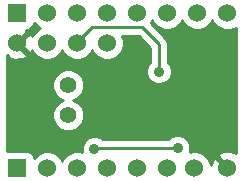
<source format=gbl>
G04 (created by PCBNEW (2013-07-07 BZR 4022)-stable) date 15/01/2015 16:28:21*
%MOIN*%
G04 Gerber Fmt 3.4, Leading zero omitted, Abs format*
%FSLAX34Y34*%
G01*
G70*
G90*
G04 APERTURE LIST*
%ADD10C,0.00590551*%
%ADD11R,0.06X0.06*%
%ADD12C,0.06*%
%ADD13C,0.055*%
%ADD14C,0.035*%
%ADD15C,0.01*%
G04 APERTURE END LIST*
G54D10*
G54D11*
X71850Y-46550D03*
G54D12*
X72850Y-46550D03*
X73850Y-46550D03*
X74850Y-46550D03*
X75850Y-46550D03*
X76850Y-46550D03*
X77750Y-46550D03*
X78850Y-46550D03*
G54D13*
X73550Y-43800D03*
X73550Y-44800D03*
G54D11*
X71850Y-41400D03*
G54D12*
X77850Y-41400D03*
X72850Y-41400D03*
X78850Y-41400D03*
X73850Y-41400D03*
X74850Y-41400D03*
X75850Y-41400D03*
X76850Y-41400D03*
X74850Y-42400D03*
X73850Y-42400D03*
X72850Y-42400D03*
X71850Y-42400D03*
G54D14*
X74750Y-44150D03*
X77200Y-45900D03*
X74425Y-45925D03*
X76575Y-43350D03*
G54D15*
X74450Y-45900D02*
X77200Y-45900D01*
X74425Y-45925D02*
X74450Y-45900D01*
X73850Y-42400D02*
X73850Y-42375D01*
X76575Y-42425D02*
X76575Y-43350D01*
X76025Y-41875D02*
X76575Y-42425D01*
X74350Y-41875D02*
X76025Y-41875D01*
X73850Y-42375D02*
X74350Y-41875D01*
G54D10*
G36*
X79130Y-46066D02*
X78931Y-45995D01*
X78713Y-46006D01*
X78562Y-46068D01*
X78534Y-46164D01*
X78850Y-46479D01*
X78855Y-46473D01*
X78926Y-46544D01*
X78920Y-46550D01*
X78926Y-46555D01*
X78855Y-46626D01*
X78850Y-46620D01*
X78844Y-46626D01*
X78773Y-46555D01*
X78779Y-46550D01*
X78464Y-46234D01*
X78368Y-46262D01*
X78300Y-46454D01*
X78300Y-46441D01*
X78216Y-46238D01*
X78061Y-46084D01*
X77859Y-46000D01*
X77641Y-45999D01*
X77614Y-46011D01*
X77624Y-45984D01*
X77625Y-45815D01*
X77560Y-45659D01*
X77441Y-45539D01*
X77284Y-45475D01*
X77115Y-45474D01*
X76959Y-45539D01*
X76898Y-45600D01*
X74701Y-45600D01*
X74666Y-45564D01*
X74509Y-45500D01*
X74340Y-45499D01*
X74184Y-45564D01*
X74075Y-45673D01*
X74075Y-44696D01*
X73995Y-44503D01*
X73847Y-44355D01*
X73714Y-44299D01*
X73847Y-44245D01*
X73994Y-44097D01*
X74074Y-43904D01*
X74075Y-43696D01*
X73995Y-43503D01*
X73847Y-43355D01*
X73654Y-43275D01*
X73446Y-43274D01*
X73253Y-43354D01*
X73105Y-43502D01*
X73025Y-43695D01*
X73024Y-43903D01*
X73104Y-44097D01*
X73252Y-44244D01*
X73385Y-44300D01*
X73253Y-44354D01*
X73105Y-44502D01*
X73025Y-44695D01*
X73024Y-44903D01*
X73104Y-45097D01*
X73252Y-45244D01*
X73445Y-45324D01*
X73653Y-45325D01*
X73847Y-45245D01*
X73994Y-45097D01*
X74074Y-44904D01*
X74075Y-44696D01*
X74075Y-45673D01*
X74064Y-45683D01*
X74000Y-45840D01*
X73999Y-46009D01*
X74003Y-46018D01*
X73959Y-46000D01*
X73741Y-45999D01*
X73538Y-46083D01*
X73384Y-46238D01*
X73350Y-46319D01*
X73316Y-46238D01*
X73161Y-46084D01*
X72959Y-46000D01*
X72741Y-45999D01*
X72538Y-46083D01*
X72400Y-46222D01*
X72400Y-46200D01*
X72362Y-46108D01*
X72291Y-46038D01*
X72199Y-46000D01*
X72165Y-46000D01*
X72100Y-45999D01*
X71519Y-45999D01*
X71519Y-42801D01*
X71534Y-42785D01*
X71562Y-42881D01*
X71768Y-42954D01*
X71986Y-42943D01*
X72137Y-42881D01*
X72165Y-42785D01*
X71850Y-42470D01*
X71844Y-42476D01*
X71773Y-42405D01*
X71779Y-42400D01*
X71773Y-42394D01*
X71844Y-42323D01*
X71850Y-42329D01*
X72165Y-42014D01*
X72146Y-41950D01*
X72199Y-41950D01*
X72291Y-41912D01*
X72361Y-41841D01*
X72399Y-41749D01*
X72399Y-41727D01*
X72538Y-41865D01*
X72619Y-41899D01*
X72538Y-41933D01*
X72384Y-42088D01*
X72352Y-42163D01*
X72331Y-42112D01*
X72235Y-42084D01*
X71920Y-42400D01*
X72235Y-42715D01*
X72331Y-42687D01*
X72350Y-42632D01*
X72383Y-42711D01*
X72538Y-42865D01*
X72740Y-42949D01*
X72958Y-42950D01*
X73161Y-42866D01*
X73315Y-42711D01*
X73349Y-42630D01*
X73383Y-42711D01*
X73538Y-42865D01*
X73740Y-42949D01*
X73958Y-42950D01*
X74161Y-42866D01*
X74315Y-42711D01*
X74349Y-42630D01*
X74383Y-42711D01*
X74538Y-42865D01*
X74740Y-42949D01*
X74958Y-42950D01*
X75161Y-42866D01*
X75315Y-42711D01*
X75399Y-42509D01*
X75400Y-42291D01*
X75352Y-42175D01*
X75900Y-42175D01*
X76275Y-42549D01*
X76275Y-43048D01*
X76214Y-43108D01*
X76150Y-43265D01*
X76149Y-43434D01*
X76214Y-43590D01*
X76333Y-43710D01*
X76490Y-43774D01*
X76659Y-43775D01*
X76815Y-43710D01*
X76935Y-43591D01*
X76999Y-43434D01*
X77000Y-43265D01*
X76935Y-43109D01*
X76875Y-43048D01*
X76875Y-42425D01*
X76852Y-42310D01*
X76787Y-42212D01*
X76787Y-42212D01*
X76301Y-41726D01*
X76315Y-41711D01*
X76349Y-41630D01*
X76383Y-41711D01*
X76538Y-41865D01*
X76740Y-41949D01*
X76958Y-41950D01*
X77161Y-41866D01*
X77315Y-41711D01*
X77349Y-41630D01*
X77383Y-41711D01*
X77538Y-41865D01*
X77740Y-41949D01*
X77958Y-41950D01*
X78161Y-41866D01*
X78315Y-41711D01*
X78349Y-41630D01*
X78383Y-41711D01*
X78538Y-41865D01*
X78740Y-41949D01*
X78958Y-41950D01*
X79130Y-41879D01*
X79130Y-46066D01*
X79130Y-46066D01*
G37*
G54D15*
X79130Y-46066D02*
X78931Y-45995D01*
X78713Y-46006D01*
X78562Y-46068D01*
X78534Y-46164D01*
X78850Y-46479D01*
X78855Y-46473D01*
X78926Y-46544D01*
X78920Y-46550D01*
X78926Y-46555D01*
X78855Y-46626D01*
X78850Y-46620D01*
X78844Y-46626D01*
X78773Y-46555D01*
X78779Y-46550D01*
X78464Y-46234D01*
X78368Y-46262D01*
X78300Y-46454D01*
X78300Y-46441D01*
X78216Y-46238D01*
X78061Y-46084D01*
X77859Y-46000D01*
X77641Y-45999D01*
X77614Y-46011D01*
X77624Y-45984D01*
X77625Y-45815D01*
X77560Y-45659D01*
X77441Y-45539D01*
X77284Y-45475D01*
X77115Y-45474D01*
X76959Y-45539D01*
X76898Y-45600D01*
X74701Y-45600D01*
X74666Y-45564D01*
X74509Y-45500D01*
X74340Y-45499D01*
X74184Y-45564D01*
X74075Y-45673D01*
X74075Y-44696D01*
X73995Y-44503D01*
X73847Y-44355D01*
X73714Y-44299D01*
X73847Y-44245D01*
X73994Y-44097D01*
X74074Y-43904D01*
X74075Y-43696D01*
X73995Y-43503D01*
X73847Y-43355D01*
X73654Y-43275D01*
X73446Y-43274D01*
X73253Y-43354D01*
X73105Y-43502D01*
X73025Y-43695D01*
X73024Y-43903D01*
X73104Y-44097D01*
X73252Y-44244D01*
X73385Y-44300D01*
X73253Y-44354D01*
X73105Y-44502D01*
X73025Y-44695D01*
X73024Y-44903D01*
X73104Y-45097D01*
X73252Y-45244D01*
X73445Y-45324D01*
X73653Y-45325D01*
X73847Y-45245D01*
X73994Y-45097D01*
X74074Y-44904D01*
X74075Y-44696D01*
X74075Y-45673D01*
X74064Y-45683D01*
X74000Y-45840D01*
X73999Y-46009D01*
X74003Y-46018D01*
X73959Y-46000D01*
X73741Y-45999D01*
X73538Y-46083D01*
X73384Y-46238D01*
X73350Y-46319D01*
X73316Y-46238D01*
X73161Y-46084D01*
X72959Y-46000D01*
X72741Y-45999D01*
X72538Y-46083D01*
X72400Y-46222D01*
X72400Y-46200D01*
X72362Y-46108D01*
X72291Y-46038D01*
X72199Y-46000D01*
X72165Y-46000D01*
X72100Y-45999D01*
X71519Y-45999D01*
X71519Y-42801D01*
X71534Y-42785D01*
X71562Y-42881D01*
X71768Y-42954D01*
X71986Y-42943D01*
X72137Y-42881D01*
X72165Y-42785D01*
X71850Y-42470D01*
X71844Y-42476D01*
X71773Y-42405D01*
X71779Y-42400D01*
X71773Y-42394D01*
X71844Y-42323D01*
X71850Y-42329D01*
X72165Y-42014D01*
X72146Y-41950D01*
X72199Y-41950D01*
X72291Y-41912D01*
X72361Y-41841D01*
X72399Y-41749D01*
X72399Y-41727D01*
X72538Y-41865D01*
X72619Y-41899D01*
X72538Y-41933D01*
X72384Y-42088D01*
X72352Y-42163D01*
X72331Y-42112D01*
X72235Y-42084D01*
X71920Y-42400D01*
X72235Y-42715D01*
X72331Y-42687D01*
X72350Y-42632D01*
X72383Y-42711D01*
X72538Y-42865D01*
X72740Y-42949D01*
X72958Y-42950D01*
X73161Y-42866D01*
X73315Y-42711D01*
X73349Y-42630D01*
X73383Y-42711D01*
X73538Y-42865D01*
X73740Y-42949D01*
X73958Y-42950D01*
X74161Y-42866D01*
X74315Y-42711D01*
X74349Y-42630D01*
X74383Y-42711D01*
X74538Y-42865D01*
X74740Y-42949D01*
X74958Y-42950D01*
X75161Y-42866D01*
X75315Y-42711D01*
X75399Y-42509D01*
X75400Y-42291D01*
X75352Y-42175D01*
X75900Y-42175D01*
X76275Y-42549D01*
X76275Y-43048D01*
X76214Y-43108D01*
X76150Y-43265D01*
X76149Y-43434D01*
X76214Y-43590D01*
X76333Y-43710D01*
X76490Y-43774D01*
X76659Y-43775D01*
X76815Y-43710D01*
X76935Y-43591D01*
X76999Y-43434D01*
X77000Y-43265D01*
X76935Y-43109D01*
X76875Y-43048D01*
X76875Y-42425D01*
X76852Y-42310D01*
X76787Y-42212D01*
X76787Y-42212D01*
X76301Y-41726D01*
X76315Y-41711D01*
X76349Y-41630D01*
X76383Y-41711D01*
X76538Y-41865D01*
X76740Y-41949D01*
X76958Y-41950D01*
X77161Y-41866D01*
X77315Y-41711D01*
X77349Y-41630D01*
X77383Y-41711D01*
X77538Y-41865D01*
X77740Y-41949D01*
X77958Y-41950D01*
X78161Y-41866D01*
X78315Y-41711D01*
X78349Y-41630D01*
X78383Y-41711D01*
X78538Y-41865D01*
X78740Y-41949D01*
X78958Y-41950D01*
X79130Y-41879D01*
X79130Y-46066D01*
M02*

</source>
